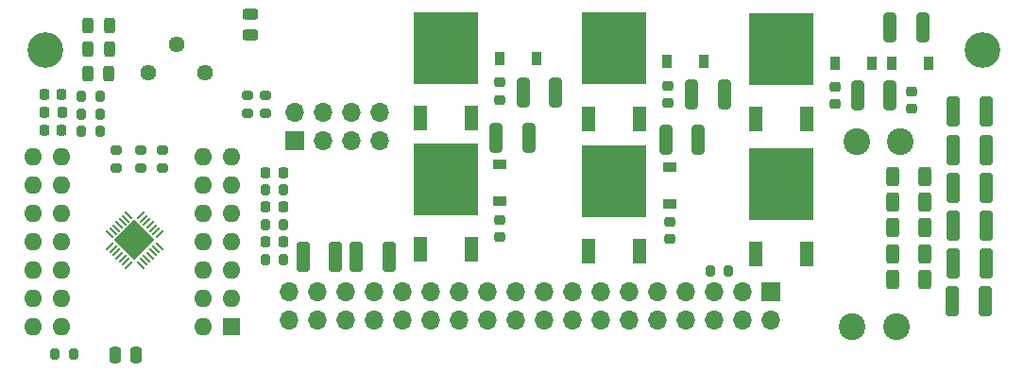
<source format=gbr>
%TF.GenerationSoftware,KiCad,Pcbnew,6.0.11*%
%TF.CreationDate,2025-01-17T14:03:23+01:00*%
%TF.ProjectId,MP6532_board_28-QFN,4d503635-3332-45f6-926f-6172645f3238,rev?*%
%TF.SameCoordinates,Original*%
%TF.FileFunction,Soldermask,Top*%
%TF.FilePolarity,Negative*%
%FSLAX46Y46*%
G04 Gerber Fmt 4.6, Leading zero omitted, Abs format (unit mm)*
G04 Created by KiCad (PCBNEW 6.0.11) date 2025-01-17 14:03:23*
%MOMM*%
%LPD*%
G01*
G04 APERTURE LIST*
G04 Aperture macros list*
%AMRoundRect*
0 Rectangle with rounded corners*
0 $1 Rounding radius*
0 $2 $3 $4 $5 $6 $7 $8 $9 X,Y pos of 4 corners*
0 Add a 4 corners polygon primitive as box body*
4,1,4,$2,$3,$4,$5,$6,$7,$8,$9,$2,$3,0*
0 Add four circle primitives for the rounded corners*
1,1,$1+$1,$2,$3*
1,1,$1+$1,$4,$5*
1,1,$1+$1,$6,$7*
1,1,$1+$1,$8,$9*
0 Add four rect primitives between the rounded corners*
20,1,$1+$1,$2,$3,$4,$5,0*
20,1,$1+$1,$4,$5,$6,$7,0*
20,1,$1+$1,$6,$7,$8,$9,0*
20,1,$1+$1,$8,$9,$2,$3,0*%
%AMRotRect*
0 Rectangle, with rotation*
0 The origin of the aperture is its center*
0 $1 length*
0 $2 width*
0 $3 Rotation angle, in degrees counterclockwise*
0 Add horizontal line*
21,1,$1,$2,0,0,$3*%
G04 Aperture macros list end*
%ADD10RoundRect,0.250000X0.312500X0.625000X-0.312500X0.625000X-0.312500X-0.625000X0.312500X-0.625000X0*%
%ADD11RoundRect,0.200000X0.200000X0.275000X-0.200000X0.275000X-0.200000X-0.275000X0.200000X-0.275000X0*%
%ADD12R,1.600000X1.600000*%
%ADD13O,1.600000X1.600000*%
%ADD14RoundRect,0.200000X0.275000X-0.200000X0.275000X0.200000X-0.275000X0.200000X-0.275000X-0.200000X0*%
%ADD15RoundRect,0.200000X-0.275000X0.200000X-0.275000X-0.200000X0.275000X-0.200000X0.275000X0.200000X0*%
%ADD16RoundRect,0.243750X-0.243750X-0.456250X0.243750X-0.456250X0.243750X0.456250X-0.243750X0.456250X0*%
%ADD17R,1.200000X2.200000*%
%ADD18R,5.800000X6.400000*%
%ADD19C,2.400000*%
%ADD20R,1.200000X0.900000*%
%ADD21RoundRect,0.225000X0.225000X0.250000X-0.225000X0.250000X-0.225000X-0.250000X0.225000X-0.250000X0*%
%ADD22RoundRect,0.250000X-0.250000X-0.475000X0.250000X-0.475000X0.250000X0.475000X-0.250000X0.475000X0*%
%ADD23RoundRect,0.250000X-0.312500X-1.075000X0.312500X-1.075000X0.312500X1.075000X-0.312500X1.075000X0*%
%ADD24RoundRect,0.225000X0.250000X-0.225000X0.250000X0.225000X-0.250000X0.225000X-0.250000X-0.225000X0*%
%ADD25C,3.200000*%
%ADD26R,0.900000X1.200000*%
%ADD27RoundRect,0.250000X0.325000X1.100000X-0.325000X1.100000X-0.325000X-1.100000X0.325000X-1.100000X0*%
%ADD28RoundRect,0.250000X-0.325000X-1.100000X0.325000X-1.100000X0.325000X1.100000X-0.325000X1.100000X0*%
%ADD29RoundRect,0.225000X-0.225000X-0.250000X0.225000X-0.250000X0.225000X0.250000X-0.225000X0.250000X0*%
%ADD30C,1.440000*%
%ADD31RoundRect,0.243750X0.456250X-0.243750X0.456250X0.243750X-0.456250X0.243750X-0.456250X-0.243750X0*%
%ADD32RoundRect,0.250000X0.312500X1.075000X-0.312500X1.075000X-0.312500X-1.075000X0.312500X-1.075000X0*%
%ADD33RoundRect,0.050000X0.309359X-0.238649X-0.238649X0.309359X-0.309359X0.238649X0.238649X-0.309359X0*%
%ADD34RoundRect,0.050000X0.309359X0.238649X0.238649X0.309359X-0.309359X-0.238649X-0.238649X-0.309359X0*%
%ADD35RotRect,2.600000X2.600000X135.000000*%
%ADD36R,1.700000X1.700000*%
%ADD37O,1.700000X1.700000*%
G04 APERTURE END LIST*
D10*
%TO.C,R24*%
X120062500Y-57700000D03*
X117137500Y-57700000D03*
%TD*%
%TO.C,R23*%
X120062500Y-60000000D03*
X117137500Y-60000000D03*
%TD*%
%TO.C,R22*%
X120062500Y-62300000D03*
X117137500Y-62300000D03*
%TD*%
%TO.C,R21*%
X120062500Y-64600000D03*
X117137500Y-64600000D03*
%TD*%
%TO.C,R20*%
X120052500Y-66920000D03*
X117127500Y-66920000D03*
%TD*%
D11*
%TO.C,R19*%
X102445000Y-66140000D03*
X100795000Y-66140000D03*
%TD*%
D12*
%TO.C,U2*%
X57912000Y-71120000D03*
D13*
X55372000Y-71120000D03*
X57912000Y-68580000D03*
X55372000Y-68580000D03*
X57912000Y-66040000D03*
X55372000Y-66040000D03*
X57912000Y-63500000D03*
X55372000Y-63500000D03*
X57912000Y-60960000D03*
X55372000Y-60960000D03*
X57912000Y-58420000D03*
X55372000Y-58420000D03*
X57912000Y-55880000D03*
X55372000Y-55880000D03*
X42672000Y-55880000D03*
X40132000Y-55880000D03*
X42672000Y-58420000D03*
X40132000Y-58420000D03*
X42672000Y-60960000D03*
X40132000Y-60960000D03*
X42672000Y-63500000D03*
X40132000Y-63500000D03*
X42672000Y-66040000D03*
X40132000Y-66040000D03*
X42672000Y-68580000D03*
X40132000Y-68580000D03*
X42672000Y-71120000D03*
X40132000Y-71120000D03*
%TD*%
D14*
%TO.C,R13*%
X49740000Y-56935000D03*
X49740000Y-55285000D03*
%TD*%
%TO.C,R12*%
X47550000Y-56965000D03*
X47550000Y-55315000D03*
%TD*%
D15*
%TO.C,R11*%
X51680000Y-55285000D03*
X51680000Y-56935000D03*
%TD*%
D16*
%TO.C,D10*%
X46927500Y-46280000D03*
X45052500Y-46280000D03*
%TD*%
%TO.C,D9*%
X45022500Y-48450000D03*
X46897500Y-48450000D03*
%TD*%
%TO.C,D8*%
X45052500Y-44140000D03*
X46927500Y-44140000D03*
%TD*%
D17*
%TO.C,Q5*%
X104908000Y-52528000D03*
D18*
X107188000Y-46228000D03*
D17*
X109468000Y-52528000D03*
%TD*%
D19*
%TO.C,H2*%
X117860000Y-54560000D03*
%TD*%
D17*
%TO.C,Q1*%
X74809000Y-52460000D03*
D18*
X77089000Y-46160000D03*
D17*
X79369000Y-52460000D03*
%TD*%
D20*
%TO.C,D2*%
X81915000Y-56630000D03*
X81915000Y-59930000D03*
%TD*%
D21*
%TO.C,C8*%
X42680000Y-50300000D03*
X41130000Y-50300000D03*
%TD*%
D22*
%TO.C,C15*%
X49350000Y-73700000D03*
X47450000Y-73700000D03*
%TD*%
D23*
%TO.C,R6*%
X116901500Y-44323000D03*
X119826500Y-44323000D03*
%TD*%
D17*
%TO.C,Q6*%
X104908000Y-64678000D03*
D18*
X107188000Y-58378000D03*
D17*
X109468000Y-64678000D03*
%TD*%
D23*
%TO.C,R4*%
X96827500Y-54420000D03*
X99752500Y-54420000D03*
%TD*%
D24*
%TO.C,C3*%
X97022000Y-51111000D03*
X97022000Y-49561000D03*
%TD*%
D25*
%TO.C,H10*%
X41170000Y-46390000D03*
%TD*%
D26*
%TO.C,D1*%
X85216000Y-47117000D03*
X81916000Y-47117000D03*
%TD*%
D24*
%TO.C,C6*%
X118870000Y-51625000D03*
X118870000Y-50075000D03*
%TD*%
D11*
%TO.C,R9*%
X46095000Y-50490000D03*
X44445000Y-50490000D03*
%TD*%
D23*
%TO.C,R2*%
X81617500Y-54220000D03*
X84542500Y-54220000D03*
%TD*%
D11*
%TO.C,R16*%
X62575000Y-65120000D03*
X60925000Y-65120000D03*
%TD*%
D27*
%TO.C,C21*%
X125515000Y-51820000D03*
X122565000Y-51820000D03*
%TD*%
D11*
%TO.C,R8*%
X46095000Y-53660000D03*
X44445000Y-53660000D03*
%TD*%
D28*
%TO.C,Cb16*%
X69065000Y-64860000D03*
X72015000Y-64860000D03*
%TD*%
D29*
%TO.C,C17*%
X60975000Y-63550000D03*
X62525000Y-63550000D03*
%TD*%
D15*
%TO.C,R14*%
X60950000Y-50375000D03*
X60950000Y-52025000D03*
%TD*%
D17*
%TO.C,Q3*%
X89923000Y-52504000D03*
D18*
X92203000Y-46204000D03*
D17*
X94483000Y-52504000D03*
%TD*%
D30*
%TO.C,RV1*%
X55499000Y-48387000D03*
X52959000Y-45847000D03*
X50419000Y-48387000D03*
%TD*%
D31*
%TO.C,D7*%
X59590000Y-44997500D03*
X59590000Y-43122500D03*
%TD*%
D15*
%TO.C,R7*%
X59370000Y-50405000D03*
X59370000Y-52055000D03*
%TD*%
D27*
%TO.C,C22*%
X125515000Y-55300000D03*
X122565000Y-55300000D03*
%TD*%
D32*
%TO.C,R5*%
X116905500Y-50419000D03*
X113980500Y-50419000D03*
%TD*%
D27*
%TO.C,C23*%
X125515000Y-58710000D03*
X122565000Y-58710000D03*
%TD*%
D29*
%TO.C,C19*%
X60975000Y-57329000D03*
X62525000Y-57329000D03*
%TD*%
D33*
%TO.C,U1*%
X49721491Y-65618548D03*
X50004334Y-65335705D03*
X50287177Y-65052862D03*
X50570019Y-64770019D03*
X50852862Y-64487177D03*
X51135705Y-64204334D03*
X51418548Y-63921491D03*
D34*
X51418548Y-62878509D03*
X51135705Y-62595666D03*
X50852862Y-62312823D03*
X50570019Y-62029981D03*
X50287177Y-61747138D03*
X50004334Y-61464295D03*
X49721491Y-61181452D03*
D33*
X48678509Y-61181452D03*
X48395666Y-61464295D03*
X48112823Y-61747138D03*
X47829981Y-62029981D03*
X47547138Y-62312823D03*
X47264295Y-62595666D03*
X46981452Y-62878509D03*
D34*
X46981452Y-63921491D03*
X47264295Y-64204334D03*
X47547138Y-64487177D03*
X47829981Y-64770019D03*
X48112823Y-65052862D03*
X48395666Y-65335705D03*
X48678509Y-65618548D03*
D35*
X49200000Y-63400000D03*
%TD*%
D27*
%TO.C,Cb21*%
X125515000Y-62100000D03*
X122565000Y-62100000D03*
%TD*%
D17*
%TO.C,Q4*%
X89923000Y-64407000D03*
D18*
X92203000Y-58107000D03*
D17*
X94483000Y-64407000D03*
%TD*%
D23*
%TO.C,R1*%
X84008500Y-50165000D03*
X86933500Y-50165000D03*
%TD*%
D29*
%TO.C,C18*%
X60975000Y-60430000D03*
X62525000Y-60430000D03*
%TD*%
D19*
%TO.C,H5*%
X113538000Y-71125000D03*
%TD*%
D11*
%TO.C,R17*%
X62575000Y-61980000D03*
X60925000Y-61980000D03*
%TD*%
D36*
%TO.C,J1*%
X63560000Y-54500000D03*
D37*
X63560000Y-51960000D03*
X66100000Y-54500000D03*
X66100000Y-51960000D03*
X68640000Y-54500000D03*
X68640000Y-51960000D03*
X71180000Y-54500000D03*
X71180000Y-51960000D03*
%TD*%
D25*
%TO.C,H9*%
X125170000Y-46390000D03*
%TD*%
D11*
%TO.C,R10*%
X46095000Y-52070000D03*
X44445000Y-52070000D03*
%TD*%
D24*
%TO.C,C1*%
X81915000Y-50813000D03*
X81915000Y-49263000D03*
%TD*%
D26*
%TO.C,D5*%
X115315000Y-47498000D03*
X112015000Y-47498000D03*
%TD*%
D27*
%TO.C,Cb23*%
X125465000Y-68910000D03*
X122515000Y-68910000D03*
%TD*%
D20*
%TO.C,D4*%
X97149000Y-56814000D03*
X97149000Y-60114000D03*
%TD*%
D21*
%TO.C,C9*%
X42695000Y-51900000D03*
X41145000Y-51900000D03*
%TD*%
D27*
%TO.C,C16*%
X67235000Y-64860000D03*
X64285000Y-64860000D03*
%TD*%
D26*
%TO.C,D3*%
X100202000Y-47371000D03*
X96902000Y-47371000D03*
%TD*%
D27*
%TO.C,Cb22*%
X125515000Y-65490000D03*
X122565000Y-65490000D03*
%TD*%
D26*
%TO.C,D6*%
X117095000Y-47498000D03*
X120395000Y-47498000D03*
%TD*%
D19*
%TO.C,H1*%
X113970000Y-54570000D03*
%TD*%
D17*
%TO.C,Q2*%
X74795000Y-64255000D03*
D18*
X77075000Y-57955000D03*
D17*
X79355000Y-64255000D03*
%TD*%
D36*
%TO.C,J2*%
X106235000Y-68030000D03*
D37*
X106235000Y-70570000D03*
X103695000Y-68030000D03*
X103695000Y-70570000D03*
X101155000Y-68030000D03*
X101155000Y-70570000D03*
X98615000Y-68030000D03*
X98615000Y-70570000D03*
X96075000Y-68030000D03*
X96075000Y-70570000D03*
X93535000Y-68030000D03*
X93535000Y-70570000D03*
X90995000Y-68030000D03*
X90995000Y-70570000D03*
X88455000Y-68030000D03*
X88455000Y-70570000D03*
X85915000Y-68030000D03*
X85915000Y-70570000D03*
X83375000Y-68030000D03*
X83375000Y-70570000D03*
X80835000Y-68030000D03*
X80835000Y-70570000D03*
X78295000Y-68030000D03*
X78295000Y-70570000D03*
X75755000Y-68030000D03*
X75755000Y-70570000D03*
X73215000Y-68030000D03*
X73215000Y-70570000D03*
X70675000Y-68030000D03*
X70675000Y-70570000D03*
X68135000Y-68030000D03*
X68135000Y-70570000D03*
X65595000Y-68030000D03*
X65595000Y-70570000D03*
X63055000Y-68030000D03*
X63055000Y-70570000D03*
%TD*%
D19*
%TO.C,H6*%
X117478000Y-71125000D03*
%TD*%
D32*
%TO.C,R3*%
X102046500Y-50292000D03*
X99121500Y-50292000D03*
%TD*%
D24*
%TO.C,C4*%
X97149000Y-63303000D03*
X97149000Y-61753000D03*
%TD*%
D11*
%TO.C,R15*%
X43725000Y-73630000D03*
X42075000Y-73630000D03*
%TD*%
D24*
%TO.C,C2*%
X81915000Y-63119000D03*
X81915000Y-61569000D03*
%TD*%
%TO.C,C5*%
X111957000Y-51161000D03*
X111957000Y-49611000D03*
%TD*%
D11*
%TO.C,R18*%
X62575000Y-58890000D03*
X60925000Y-58890000D03*
%TD*%
D21*
%TO.C,C7*%
X42655000Y-53510000D03*
X41105000Y-53510000D03*
%TD*%
M02*

</source>
